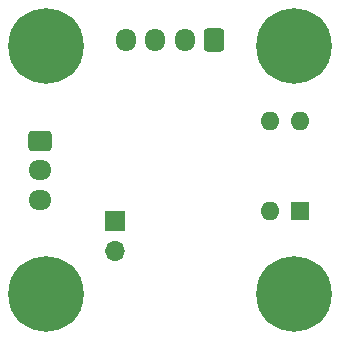
<source format=gbr>
%TF.GenerationSoftware,KiCad,Pcbnew,(6.0.8)*%
%TF.CreationDate,2023-04-18T11:51:25+02:00*%
%TF.ProjectId,ENCODER,454e434f-4445-4522-9e6b-696361645f70,1.0*%
%TF.SameCoordinates,Original*%
%TF.FileFunction,Soldermask,Bot*%
%TF.FilePolarity,Negative*%
%FSLAX46Y46*%
G04 Gerber Fmt 4.6, Leading zero omitted, Abs format (unit mm)*
G04 Created by KiCad (PCBNEW (6.0.8)) date 2023-04-18 11:51:25*
%MOMM*%
%LPD*%
G01*
G04 APERTURE LIST*
G04 Aperture macros list*
%AMRoundRect*
0 Rectangle with rounded corners*
0 $1 Rounding radius*
0 $2 $3 $4 $5 $6 $7 $8 $9 X,Y pos of 4 corners*
0 Add a 4 corners polygon primitive as box body*
4,1,4,$2,$3,$4,$5,$6,$7,$8,$9,$2,$3,0*
0 Add four circle primitives for the rounded corners*
1,1,$1+$1,$2,$3*
1,1,$1+$1,$4,$5*
1,1,$1+$1,$6,$7*
1,1,$1+$1,$8,$9*
0 Add four rect primitives between the rounded corners*
20,1,$1+$1,$2,$3,$4,$5,0*
20,1,$1+$1,$4,$5,$6,$7,0*
20,1,$1+$1,$6,$7,$8,$9,0*
20,1,$1+$1,$8,$9,$2,$3,0*%
G04 Aperture macros list end*
%ADD10C,0.800000*%
%ADD11C,6.400000*%
%ADD12RoundRect,0.250000X0.600000X0.725000X-0.600000X0.725000X-0.600000X-0.725000X0.600000X-0.725000X0*%
%ADD13O,1.700000X1.950000*%
%ADD14R,1.700000X1.700000*%
%ADD15O,1.700000X1.700000*%
%ADD16RoundRect,0.250000X-0.725000X0.600000X-0.725000X-0.600000X0.725000X-0.600000X0.725000X0.600000X0*%
%ADD17O,1.950000X1.700000*%
%ADD18R,1.600000X1.600000*%
%ADD19O,1.600000X1.600000*%
G04 APERTURE END LIST*
D10*
%TO.C,H3*%
X134500000Y-81100000D03*
X132100000Y-83500000D03*
X136197056Y-81802944D03*
X132802944Y-85197056D03*
X136197056Y-85197056D03*
X132802944Y-81802944D03*
X134500000Y-85900000D03*
D11*
X134500000Y-83500000D03*
D10*
X136900000Y-83500000D03*
%TD*%
%TO.C,H4*%
X136900000Y-104500000D03*
X136197056Y-106197056D03*
X134500000Y-102100000D03*
X132802944Y-102802944D03*
X134500000Y-106900000D03*
D11*
X134500000Y-104500000D03*
D10*
X132100000Y-104500000D03*
X136197056Y-102802944D03*
X132802944Y-106197056D03*
%TD*%
%TO.C,H2*%
X111100000Y-83500000D03*
D11*
X113500000Y-83500000D03*
D10*
X113500000Y-85900000D03*
X113500000Y-81100000D03*
X115197056Y-81802944D03*
X115197056Y-85197056D03*
X115900000Y-83500000D03*
X111802944Y-81802944D03*
X111802944Y-85197056D03*
%TD*%
%TO.C,H1*%
X113500000Y-106900000D03*
X111802944Y-106197056D03*
X115900000Y-104500000D03*
X115197056Y-106197056D03*
X113500000Y-102100000D03*
D11*
X113500000Y-104500000D03*
D10*
X111100000Y-104500000D03*
X111802944Y-102802944D03*
X115197056Y-102802944D03*
%TD*%
D12*
%TO.C,J2*%
X127750000Y-82975000D03*
D13*
X125250000Y-82975000D03*
X122750000Y-82975000D03*
X120250000Y-82975000D03*
%TD*%
D14*
%TO.C,C2*%
X119347200Y-98288000D03*
D15*
X119347200Y-100828000D03*
%TD*%
D16*
%TO.C,J1*%
X112975000Y-91500000D03*
D17*
X112975000Y-94000000D03*
X112975000Y-96500000D03*
%TD*%
D18*
%TO.C,SW1*%
X135000000Y-97500000D03*
D19*
X132460000Y-97500000D03*
X132460000Y-89880000D03*
X135000000Y-89880000D03*
%TD*%
M02*

</source>
